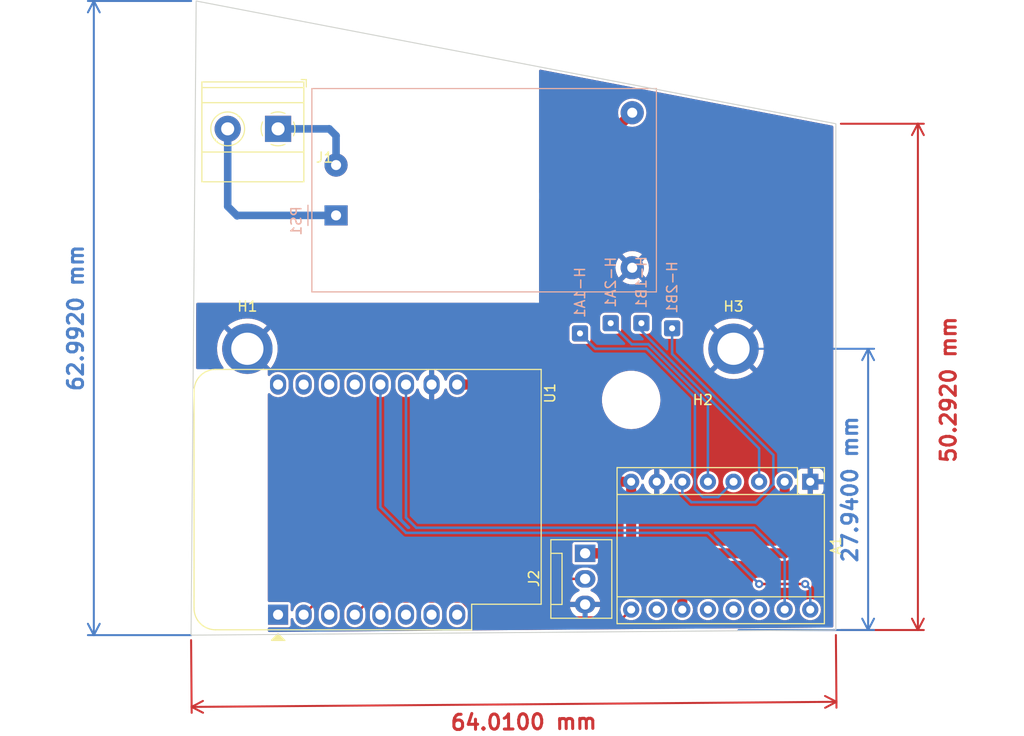
<source format=kicad_pcb>
(kicad_pcb (version 20210424) (generator pcbnew)
  (layers (0 "F.Cu" signal) (31 "B.Cu" signal) (34 "B.Paste" user) (35 "F.Paste" user) (36 "B.SilkS" user "B.Silkscreen") (37 "F.SilkS" user "F.Silkscreen") (38 "B.Mask" user) (39 "F.Mask" user) (44 "Edge.Cuts" user))
  (net 0 "")
  (net 2 "/STEP")
  (net 7 "/{slash}ENABLE")
  (net 8 "/1B")
  (net 11 "GND")
  (net 12 "VCC")
  (net 14 "/DIR")
  (net 15 "/AC2")
  (net 16 "/AC1")
  (net 23 "/PD_IN")
  (net 24 "/1A")
  (net 25 "/2A")
  (net 26 "/2B")
  (footprint "Connector:FanPinHeader_1x03_P2.54mm_Vertical" (layer "F.Cu") (at 153.416 76.2 -90)
    (fp_text reference "J2" (at 2.5 5.08 90) (layer "F.SilkS"))
    (fp_text value "Conn_01x03_Female")
    (fp_line (start -1.35 -2.65) (end 6.45 -2.65) (layer "F.SilkS") (width 0.12))
    (fp_line (start -1.35 3.4) (end -1.35 -2.65) (layer "F.SilkS") (width 0.12))
    (fp_line (start 0 2.29) (end 5.08 2.29) (layer "F.SilkS") (width 0.12))
    (fp_line (start 6.45 -2.65) (end 6.45 3.4) (layer "F.SilkS") (width 0.12))
    (fp_line (start 6.45 3.4) (end -1.35 3.4) (layer "F.SilkS") (width 0.12))
    (fp_line (start 0 3.3) (end 0 2.29) (layer "F.SilkS") (width 0.12))
    (fp_line (start 5.08 2.29) (end 5.08 3.3) (layer "F.SilkS") (width 0.12))
    (pad "1" thru_hole rect locked (at 0 0) (size 2.03 1.73) (drill 1.02) (layers *.Cu *.Mask) (net 12 "VCC"))
    (pad "2" thru_hole oval locked (at 2.54 0) (size 2.03 1.73) (drill 1.02) (layers *.Cu *.Mask) (net 23 "/PD_IN"))
    (pad "3" thru_hole oval locked (at 5.08 0) (size 2.03 1.73) (drill 1.02) (layers *.Cu *.Mask) (net 11 "GND"))
  )
  (footprint "MountingHole:MountingHole_3.2mm_M3" (layer "F.Cu") (at 168.148 55.88)
    (fp_text reference "H3" (at 0 -4.2) (layer "F.SilkS"))
    (fp_text value "MountingHole")
    (pad "1" thru_hole circle locked (at 0 0) (size 5 5) (drill 3.2) (layers *.Cu *.Mask) (net 11 "GND"))
  )
  (footprint "MountingHole:MountingHole_3.2mm_M3" (layer "F.Cu") (at 119.888 55.88)
    (fp_text reference "H1" (at 0 -4.2) (layer "F.SilkS"))
    (fp_text value "MountingHole")
    (pad "1" thru_hole circle locked (at 0 0) (size 5 5) (drill 3.2) (layers *.Cu *.Mask) (net 11 "GND"))
  )
  (footprint "Module:WEMOS_D1_mini_light" (layer "F.Cu") (at 122.936 82.296 90)
    (fp_text reference "U1" (at 22 27 90) (layer "F.SilkS"))
    (fp_text value "WeMos_D1_mini")
    (fp_line (start 1.04 26.12) (end 24.36 26.12) (layer "F.SilkS") (width 0.12))
    (fp_line (start 24.36 26.12) (end 24.36 -6.21) (layer "F.SilkS") (width 0.12))
    (fp_line (start -1.5 19.22) (end 1.04 19.22) (layer "F.SilkS") (width 0.12))
    (fp_line (start 22.24 -8.34) (end 0.63 -8.34) (layer "F.SilkS") (width 0.12))
    (fp_line (start -1.5 19.22) (end -1.5 -6.21) (layer "F.SilkS") (width 0.12))
    (fp_line (start 1.04 19.22) (end 1.04 26.12) (layer "F.SilkS") (width 0.12))
    (fp_arc (start 0.63 -6.21) (end 0.63 -8.34) (angle -90) (layer "F.SilkS") (width 0.12))
    (fp_arc (start 22.23 -6.21) (end 24.36 -6.21) (angle -90) (layer "F.SilkS") (width 0.12))
    (fp_poly (pts (xy -2.54 -0.635) (xy -2.54 0.635) (xy -1.905 0)) (layer "F.SilkS") (width 0.15) (fill solid))
    (pad "1" thru_hole rect locked (at 0 0 90) (size 2 2) (drill 1) (layers *.Cu *.Mask))
    (pad "2" thru_hole oval locked (at 0 2.54 90) (size 2 1.6) (drill 1) (layers *.Cu *.Mask) (net 23 "/PD_IN"))
    (pad "3" thru_hole oval locked (at 0 5.08 90) (size 2 1.6) (drill 1) (layers *.Cu *.Mask))
    (pad "4" thru_hole oval locked (at 0 7.62 90) (size 2 1.6) (drill 1) (layers *.Cu *.Mask) (net 7 "/{slash}ENABLE"))
    (pad "5" thru_hole oval locked (at 0 10.16 90) (size 2 1.6) (drill 1) (layers *.Cu *.Mask))
    (pad "6" thru_hole oval locked (at 0 12.7 90) (size 2 1.6) (drill 1) (layers *.Cu *.Mask))
    (pad "7" thru_hole oval locked (at 0 15.24 90) (size 2 1.6) (drill 1) (layers *.Cu *.Mask))
    (pad "8" thru_hole oval locked (at 0 17.78 90) (size 2 1.6) (drill 1) (layers *.Cu *.Mask))
    (pad "9" thru_hole oval locked (at 22.86 17.78 90) (size 2 1.6) (drill 1) (layers *.Cu *.Mask) (net 12 "VCC"))
    (pad "10" thru_hole oval locked (at 22.86 15.24 90) (size 2 1.6) (drill 1) (layers *.Cu *.Mask) (net 11 "GND"))
    (pad "11" thru_hole oval locked (at 22.86 12.7 90) (size 2 1.6) (drill 1) (layers *.Cu *.Mask) (net 2 "/STEP"))
    (pad "12" thru_hole oval locked (at 22.86 10.16 90) (size 2 1.6) (drill 1) (layers *.Cu *.Mask) (net 14 "/DIR"))
    (pad "13" thru_hole oval locked (at 22.86 7.62 90) (size 2 1.6) (drill 1) (layers *.Cu *.Mask))
    (pad "14" thru_hole oval locked (at 22.86 5.08 90) (size 2 1.6) (drill 1) (layers *.Cu *.Mask))
    (pad "15" thru_hole oval locked (at 22.86 2.54 90) (size 2 1.6) (drill 1) (layers *.Cu *.Mask))
    (pad "16" thru_hole oval locked (at 22.86 0 90) (size 2 1.6) (drill 1) (layers *.Cu *.Mask))
  )
  (footprint "Module:Pololu_Breakout-16_15.2x20.3mm" (layer "F.Cu") (at 175.768 69.088 -90)
    (fp_text reference "A1" (at 6.35 -2.54 90) (layer "F.SilkS"))
    (fp_text value "Pololu_Breakout_A4988")
    (fp_line (start 1.27 1.27) (end 1.27 19.18) (layer "F.SilkS") (width 0.12))
    (fp_line (start 14.1 19.18) (end 14.1 -1.4) (layer "F.SilkS") (width 0.12))
    (fp_line (start -1.4 -1.4) (end -1.4 0) (layer "F.SilkS") (width 0.12))
    (fp_line (start 14.1 -1.4) (end 1.27 -1.4) (layer "F.SilkS") (width 0.12))
    (fp_line (start 1.27 -1.4) (end 1.27 1.27) (layer "F.SilkS") (width 0.12))
    (fp_line (start -1.4 19.18) (end 14.1 19.18) (layer "F.SilkS") (width 0.12))
    (fp_line (start 1.27 1.27) (end -1.4 1.27) (layer "F.SilkS") (width 0.12))
    (fp_line (start 11.43 -1.4) (end 11.43 19.18) (layer "F.SilkS") (width 0.12))
    (fp_line (start -1.4 1.27) (end -1.4 19.18) (layer "F.SilkS") (width 0.12))
    (fp_line (start 0 -1.4) (end -1.4 -1.4) (layer "F.SilkS") (width 0.12))
    (pad "1" thru_hole rect locked (at 0 0 270) (size 1.6 1.6) (drill 0.8) (layers *.Cu *.Mask) (net 11 "GND"))
    (pad "2" thru_hole oval locked (at 0 2.54 270) (size 1.6 1.6) (drill 0.8) (layers *.Cu *.Mask) (net 12 "VCC"))
    (pad "3" thru_hole oval locked (at 0 5.08 270) (size 1.6 1.6) (drill 0.8) (layers *.Cu *.Mask) (net 8 "/1B"))
    (pad "4" thru_hole oval locked (at 0 7.62 270) (size 1.6 1.6) (drill 0.8) (layers *.Cu *.Mask) (net 24 "/1A"))
    (pad "5" thru_hole oval locked (at 0 10.16 270) (size 1.6 1.6) (drill 0.8) (layers *.Cu *.Mask) (net 25 "/2A"))
    (pad "6" thru_hole oval locked (at 0 12.7 270) (size 1.6 1.6) (drill 0.8) (layers *.Cu *.Mask) (net 26 "/2B"))
    (pad "7" thru_hole oval locked (at 0 15.24 270) (size 1.6 1.6) (drill 0.8) (layers *.Cu *.Mask) (net 11 "GND"))
    (pad "8" thru_hole oval locked (at 0 17.78 270) (size 1.6 1.6) (drill 0.8) (layers *.Cu *.Mask) (net 12 "VCC"))
    (pad "9" thru_hole oval locked (at 12.7 17.78 270) (size 1.6 1.6) (drill 0.8) (layers *.Cu *.Mask) (net 7 "/{slash}ENABLE"))
    (pad "10" thru_hole oval locked (at 12.7 15.24 270) (size 1.6 1.6) (drill 0.8) (layers *.Cu *.Mask))
    (pad "11" thru_hole oval locked (at 12.7 12.7 270) (size 1.6 1.6) (drill 0.8) (layers *.Cu *.Mask) (net 12 "VCC"))
    (pad "12" thru_hole oval locked (at 12.7 10.16 270) (size 1.6 1.6) (drill 0.8) (layers *.Cu *.Mask))
    (pad "13" thru_hole oval locked (at 12.7 7.62 270) (size 1.6 1.6) (drill 0.8) (layers *.Cu *.Mask))
    (pad "14" thru_hole oval locked (at 12.7 5.08 270) (size 1.6 1.6) (drill 0.8) (layers *.Cu *.Mask))
    (pad "15" thru_hole oval locked (at 12.7 2.54 270) (size 1.6 1.6) (drill 0.8) (layers *.Cu *.Mask) (net 2 "/STEP"))
    (pad "16" thru_hole oval locked (at 12.7 0 270) (size 1.6 1.6) (drill 0.8) (layers *.Cu *.Mask) (net 14 "/DIR"))
  )
  (footprint "MountingHole:MountingHole_5.3mm_M5" (layer "F.Cu") (at 157.988 60.96)
    (fp_text reference "H2" (at 7.112 0) (layer "F.SilkS"))
    (fp_text value "MountingHole")
    (pad "1" np_thru_hole circle locked (at 0 0) (size 5.3 5.3) (drill 5.3) (layers *.Cu *.Mask))
  )
  (footprint "TerminalBlock_Phoenix:TerminalBlock_Phoenix_MKDS-1,5-2_1x02_P5.00mm_Horizontal" (layer "F.Cu") (at 122.936 34.036 180)
    (fp_text reference "J1" (at -4.612 -2.845) (layer "F.SilkS"))
    (fp_text value "Screw_Terminal_01x02")
    (fp_line (start 3.966 1.239) (end 3.931 1.274) (layer "F.SilkS") (width 0.12))
    (fp_line (start 6.275 -1.069) (end 6.228 -1.023) (layer "F.SilkS") (width 0.12))
    (fp_line (start -2.8 4.9) (end -2.3 4.9) (layer "F.SilkS") (width 0.12))
    (fp_line (start 7.56 -5.261) (end 7.56 4.66) (layer "F.SilkS") (width 0.12))
    (fp_line (start 6.07 -1.275) (end 6.035 -1.239) (layer "F.SilkS") (width 0.12))
    (fp_line (start -2.56 -2.301) (end 7.56 -2.301) (layer "F.SilkS") (width 0.12))
    (fp_line (start -2.56 4.1) (end 7.56 4.1) (layer "F.SilkS") (width 0.12))
    (fp_line (start -2.56 4.66) (end 7.56 4.66) (layer "F.SilkS") (width 0.12))
    (fp_line (start -2.56 -5.261) (end -2.56 4.66) (layer "F.SilkS") (width 0.12))
    (fp_line (start -2.8 4.16) (end -2.8 4.9) (layer "F.SilkS") (width 0.12))
    (fp_line (start -2.56 -5.261) (end 7.56 -5.261) (layer "F.SilkS") (width 0.12))
    (fp_line (start 3.773 1.023) (end 3.726 1.069) (layer "F.SilkS") (width 0.12))
    (fp_line (start -2.56 2.6) (end 7.56 2.6) (layer "F.SilkS") (width 0.12))
    (fp_arc (start 0 0) (end -1.535 -0.684) (angle -48) (layer "F.SilkS") (width 0.12))
    (fp_arc (start 0 0) (end 0.684 -1.535) (angle -48) (layer "F.SilkS") (width 0.12))
    (fp_arc (start 0 0) (end 0 1.68) (angle -24) (layer "F.SilkS") (width 0.12))
    (fp_arc (start 0 0) (end 1.535 0.684) (angle -48) (layer "F.SilkS") (width 0.12))
    (fp_arc (start 0 0) (end -0.684 1.535) (angle -25) (layer "F.SilkS") (width 0.12))
    (fp_circle (center 5 0) (end 6.68 0) (layer "F.SilkS") (width 0.12) (fill none))
    (pad "1" thru_hole rect locked (at 0 0 180) (size 2.6 2.6) (drill 1.3) (layers *.Cu *.Mask) (net 16 "/AC1"))
    (pad "2" thru_hole circle locked (at 5 0 180) (size 2.6 2.6) (drill 1.3) (layers *.Cu *.Mask) (net 15 "/AC2"))
  )
  (footprint "Connector_Wire:SolderWire-0.1sqmm_1x01_D0.4mm_OD1mm" (layer "B.Cu") (at 159.004 53.34 180)
    (fp_text reference "H-1B1" (at 0 4.064 90) (layer "B.SilkS") (effects (justify mirror)))
    (fp_text value "MountingHole_Pad")
    (pad "1" thru_hole roundrect locked (at 0 0 180) (size 1.6 1.6) (drill 0.6) (layers *.Cu *.Mask) (roundrect_rratio 0.15625) (net 8 "/1B"))
  )
  (footprint "Connector_Wire:SolderWire-0.1sqmm_1x01_D0.4mm_OD1mm" (layer "B.Cu") (at 152.908 54.356 180)
    (fp_text reference "H-1A1" (at 0 4.064 90) (layer "B.SilkS") (effects (justify mirror)))
    (fp_text value "MountingHole_Pad")
    (pad "1" thru_hole roundrect locked (at 0 0 180) (size 1.6 1.6) (drill 0.6) (layers *.Cu *.Mask) (roundrect_rratio 0.15625) (net 24 "/1A"))
  )
  (footprint "Connector_Wire:SolderWire-0.1sqmm_1x01_D0.4mm_OD1mm" (layer "B.Cu") (at 162.052 53.848 180)
    (fp_text reference "H-2B1" (at 0 4.064 90) (layer "B.SilkS") (effects (justify mirror)))
    (fp_text value "MountingHole_Pad")
    (pad "1" thru_hole roundrect locked (at 0 0 180) (size 1.6 1.6) (drill 0.6) (layers *.Cu *.Mask) (roundrect_rratio 0.15625) (net 26 "/2B"))
  )
  (footprint "Connector_Wire:SolderWire-0.1sqmm_1x01_D0.4mm_OD1mm" (layer "B.Cu") (at 155.956 53.34 180)
    (fp_text reference "H-2A1" (at 0 4.064 90) (layer "B.SilkS") (effects (justify mirror)))
    (fp_text value "MountingHole_Pad")
    (pad "1" thru_hole roundrect locked (at 0 0 180) (size 1.6 1.6) (drill 0.6) (layers *.Cu *.Mask) (roundrect_rratio 0.15625) (net 25 "/2A"))
  )
  (footprint "Converter_ACDC:Converter_ACDC_HiLink_HLK-PMxx" (layer "B.Cu") (at 128.6935 42.632)
    (fp_text reference "PS1" (at -3.94 0.55 90) (layer "B.SilkS") (effects (justify mirror)))
    (fp_text value "HLK-PM01")
    (fp_line (start 31.8 -12.6) (end 31.8 7.6) (layer "B.SilkS") (width 0.12))
    (fp_line (start -2.4 -12.6) (end 31.8 -12.6) (layer "B.SilkS") (width 0.12))
    (fp_line (start -2.79 1) (end -2.79 -1.01) (layer "B.SilkS") (width 0.12))
    (fp_line (start 31.8 7.6) (end -2.4 7.6) (layer "B.SilkS") (width 0.12))
    (fp_line (start -2.4 7.6) (end -2.4 -12.6) (layer "B.SilkS") (width 0.12))
    (pad "1" thru_hole rect locked (at 0 0) (size 2.3 2) (drill 1) (layers *.Cu *.Mask) (net 15 "/AC2"))
    (pad "2" thru_hole circle locked (at 0 -5) (size 2.3 2.3) (drill 1) (layers *.Cu *.Mask) (net 16 "/AC1"))
    (pad "3" thru_hole circle locked (at 29.4 5.2) (size 2.3 2.3) (drill 1) (layers *.Cu *.Mask) (net 11 "GND"))
    (pad "4" thru_hole circle locked (at 29.4 -10.2) (size 2.3 2.3) (drill 1) (layers *.Cu *.Mask) (net 12 "VCC"))
  )
  (gr_poly (pts (xy 114.3 84.328) (xy 114.808 21.336) (xy 178.308 33.528) (xy 178.308 83.82)) (layer "Edge.Cuts") (width 0.1) (fill none))
  (dimension (type aligned) (layer "F.Cu") (pts (xy 178.308 33.528) (xy 178.308 83.82)) (height -8.143859) (gr_text "50.2920 mm" (at 189.484 59.944 90) (layer "F.Cu") (effects (font (size 1.5 1.5) (thickness 0.3)))) (format (units 3) (units_format 1) (precision 4)) (style (thickness 0.2) (arrow_length 1.27) (text_position_mode 2) (extension_height 0.58642) (extension_offset 0.5) keep_text_aligned))
  (dimension (type aligned) (layer "F.Cu") (pts (xy 114.3 84.328) (xy 178.308 83.82)) (height 7.130119) (gr_text "64.0100 mm" (at 147.32 92.964 0.4547188617) (layer "F.Cu") (effects (font (size 1.5 1.5) (thickness 0.3)))) (format (units 3) (units_format 1) (precision 4)) (style (thickness 0.2) (arrow_length 1.27) (text_position_mode 2) (extension_height 0.58642) (extension_offset 0.5) keep_text_aligned))
  (dimension (type aligned) (layer "B.Cu") (pts (xy 168.148 55.88) (xy 168.148 83.82)) (height -13.363393) (gr_text "27.9400 mm" (at 179.711393 69.85 90) (layer "B.Cu") (effects (font (size 1.5 1.5) (thickness 0.3)))) (format (units 3) (units_format 1) (precision 4)) (style (thickness 0.2) (arrow_length 1.27) (text_position_mode 0) (extension_height 0.58642) (extension_offset 0.5) keep_text_aligned))
  (dimension (type aligned) (layer "B.Cu") (pts (xy 114.807999 21.336) (xy 114.807999 84.328)) (height 10.159999) (gr_text "62.9920 mm" (at 102.848 52.832 90) (layer "B.Cu") (effects (font (size 1.5 1.5) (thickness 0.3)))) (format (units 3) (units_format 1) (precision 4)) (style (thickness 0.2) (arrow_length 1.27) (text_position_mode 0) (extension_height 0.58642) (extension_offset 0.5) keep_text_aligned))
  (segment (start 135.636 59.436) (end 135.636 72.644) (width 0.25) (layer "B.Cu") (net 2))
  (segment (start 135.636 72.644) (end 136.652 73.66) (width 0.25) (layer "B.Cu") (net 2))
  (segment (start 173.228 76.708) (end 173.228 81.788) (width 0.25) (layer "B.Cu") (net 2))
  (segment (start 136.652 73.66) (end 170.18 73.66) (width 0.25) (layer "B.Cu") (net 2))
  (segment (start 173.228 81.788) (end 173.228 79.756) (width 0.25) (layer "B.Cu") (net 2))
  (segment (start 170.18 73.66) (end 173.228 76.708) (width 0.25) (layer "B.Cu") (net 2))
  (segment (start 142.79831 82.587999) (end 141.181791 80.97148) (width 0.25) (layer "F.Cu") (net 7))
  (segment (start 157.188001 82.587999) (end 142.79831 82.587999) (width 0.25) (layer "F.Cu") (net 7))
  (segment (start 131.88052 80.97148) (end 130.556 82.296) (width 0.25) (layer "F.Cu") (net 7))
  (segment (start 141.181791 80.97148) (end 131.88052 80.97148) (width 0.25) (layer "F.Cu") (net 7))
  (segment (start 157.988 81.788) (end 157.188001 82.587999) (width 0.25) (layer "F.Cu") (net 7))
  (segment (start 159.004 54.100592) (end 159.004 53.34) (width 0.25) (layer "B.Cu") (net 8))
  (segment (start 170.688 65.784592) (end 159.004 54.100592) (width 0.25) (layer "B.Cu") (net 8))
  (segment (start 170.688 69.088) (end 170.688 65.784592) (width 0.25) (layer "B.Cu") (net 8))
  (segment (start 150.368 69.088) (end 157.988 69.088) (width 1) (layer "F.Cu") (net 12))
  (segment (start 163.068 76.2) (end 163.068 81.788) (width 1) (layer "F.Cu") (net 12))
  (segment (start 149.34402 68.06402) (end 150.368 69.088) (width 1) (layer "F.Cu") (net 12))
  (segment (start 140.716 59.436) (end 149.33604 59.436) (width 1) (layer "F.Cu") (net 12))
  (segment (start 153.416 76.2) (end 163.068 76.2) (width 1) (layer "F.Cu") (net 12))
  (segment (start 173.228 76.2) (end 153.416 76.2) (width 1) (layer "F.Cu") (net 12))
  (segment (start 158.0935 32.432) (end 149.34402 41.18148) (width 1) (layer "F.Cu") (net 12))
  (segment (start 157.988 69.088) (end 157.988 76.2) (width 1) (layer "F.Cu") (net 12))
  (segment (start 141.423136 59.436) (end 140.716 59.436) (width 1) (layer "F.Cu") (net 12))
  (segment (start 157.988 76.2) (end 153.416 76.2) (width 1) (layer "F.Cu") (net 12))
  (segment (start 149.34402 41.18148) (end 149.34402 59.42802) (width 1) (layer "F.Cu") (net 12))
  (segment (start 149.33604 59.436) (end 149.34402 59.42802) (width 1) (layer "F.Cu") (net 12))
  (segment (start 149.34402 59.42802) (end 149.34402 68.06402) (width 1) (layer "F.Cu") (net 12))
  (segment (start 173.228 69.088) (end 173.228 76.2) (width 1) (layer "F.Cu") (net 12))
  (segment (start 175.26 79.248) (end 170.688 79.248) (width 0.25) (layer "F.Cu") (net 14))
  (via (at 175.26 79.248) (size 0.8) (drill 0.4) (layers "F.Cu" "B.Cu") (net 14))
  (via (at 170.688 79.248) (size 0.8) (drill 0.4) (layers "F.Cu" "B.Cu") (net 14))
  (segment (start 165.608 74.168) (end 170.688 79.248) (width 0.25) (layer "B.Cu") (net 14))
  (segment (start 175.768 81.788) (end 175.768 79.756) (width 0.25) (layer "B.Cu") (net 14))
  (segment (start 133.096 71.628) (end 135.636 74.168) (width 0.25) (layer "B.Cu") (net 14))
  (segment (start 175.768 79.756) (end 175.26 79.248) (width 0.25) (layer "B.Cu") (net 14))
  (segment (start 133.096 59.436) (end 133.096 71.628) (width 0.25) (layer "B.Cu") (net 14))
  (segment (start 135.636 74.168) (end 165.608 74.168) (width 0.25) (layer "B.Cu") (net 14))
  (segment (start 117.936 41.736) (end 117.936 34.036) (width 0.75) (layer "B.Cu") (net 15))
  (segment (start 118.872 42.672) (end 117.936 41.736) (width 0.75) (layer "B.Cu") (net 15))
  (segment (start 118.912 42.632) (end 118.872 42.672) (width 0.75) (layer "B.Cu") (net 15))
  (segment (start 128.6935 42.632) (end 118.912 42.632) (width 0.75) (layer "B.Cu") (net 15))
  (segment (start 122.936 34.036) (end 128.016 34.036) (width 0.75) (layer "B.Cu") (net 16))
  (segment (start 128.6935 34.7135) (end 128.6935 37.632) (width 0.75) (layer "B.Cu") (net 16))
  (segment (start 128.016 34.036) (end 128.6935 34.7135) (width 0.75) (layer "B.Cu") (net 16))
  (segment (start 129.032 78.74) (end 125.476 82.296) (width 0.25) (layer "F.Cu") (net 23))
  (segment (start 153.416 78.74) (end 129.032 78.74) (width 0.25) (layer "F.Cu") (net 23))
  (segment (start 168.148 69.088) (end 166.624 70.612) (width 0.25) (layer "B.Cu") (net 24))
  (segment (start 166.624 70.612) (end 165.1 70.612) (width 0.25) (layer "B.Cu") (net 24))
  (segment (start 154.432 55.88) (end 152.908 54.356) (width 0.25) (layer "B.Cu") (net 24))
  (segment (start 164.315879 60.683879) (end 159.512 55.88) (width 0.25) (layer "B.Cu") (net 24))
  (segment (start 159.512 55.88) (end 154.432 55.88) (width 0.25) (layer "B.Cu") (net 24))
  (segment (start 165.1 70.612) (end 164.315879 69.827879) (width 0.25) (layer "B.Cu") (net 24))
  (segment (start 164.315879 69.827879) (end 164.315879 60.683879) (width 0.25) (layer "B.Cu") (net 24))
  (segment (start 158.046489 55.430489) (end 155.956 53.34) (width 0.25) (layer "B.Cu") (net 25))
  (segment (start 165.608 61.340296) (end 159.698193 55.430489) (width 0.25) (layer "B.Cu") (net 25))
  (segment (start 159.698193 55.430489) (end 158.046489 55.430489) (width 0.25) (layer "B.Cu") (net 25))
  (segment (start 165.608 69.088) (end 165.608 61.340296) (width 0.25) (layer "B.Cu") (net 25))
  (segment (start 172.103489 66.439489) (end 172.103489 69.336788) (width 0.25) (layer "B.Cu") (net 26))
  (segment (start 163.068 70.21937) (end 163.068 69.088) (width 0.25) (layer "B.Cu") (net 26))
  (segment (start 172.103489 69.336788) (end 170.320277 71.12) (width 0.25) (layer "B.Cu") (net 26))
  (segment (start 170.320277 71.12) (end 163.96863 71.12) (width 0.25) (layer "B.Cu") (net 26))
  (segment (start 162.052 56.388) (end 172.103489 66.439489) (width 0.25) (layer "B.Cu") (net 26))
  (segment (start 162.052 53.848) (end 162.052 56.388) (width 0.25) (layer "B.Cu") (net 26))
  (segment (start 163.96863 71.12) (end 163.068 70.21937) (width 0.25) (layer "B.Cu") (net 26))
  (zone (net 11) (net_name "GND") (layers F&B.Cu) (connect_pads (clearance 0.254)) (min_thickness 0.254) (fill yes (thermal_gap 0.508) (thermal_bridge_width 0.508))
    (polygon (pts (xy 178.308 84.328) (xy 114.808 84.836) (xy 114.808 51.308) (xy 148.844 51.308) (xy 148.844 26.924) (xy 178.308 26.924)))
  )
  (zone (net 0) (net_name "") (layers F&B.Cu) (name "Antenna") (connect_pads (clearance 0)) (min_thickness 0.254)
    (keepout (tracks not_allowed) (vias not_allowed) (pads not_allowed) (copperpour not_allowed) (footprints allowed))
    (fill (thermal_gap 0.508) (thermal_bridge_width 0.508))
    (polygon (pts (xy 121.92 86.868) (xy 113.284 86.868) (xy 113.284 57.912) (xy 121.92 57.912)))
  )
  (zone (net 0) (net_name "") (layers F&B.Cu) (connect_pads (clearance 0)) (min_thickness 0.254)
    (keepout (tracks not_allowed) (vias not_allowed) (pads not_allowed) (copperpour not_allowed) (footprints allowed))
    (fill (thermal_gap 0.508) (thermal_bridge_width 0.508))
    (polygon (pts (xy 148.844 51.308) (xy 122.428 51.308) (xy 122.428 46.228) (xy 133.604 46.228) (xy 133.604 23.876) (xy 148.844 23.876)))
  )
)
</source>
